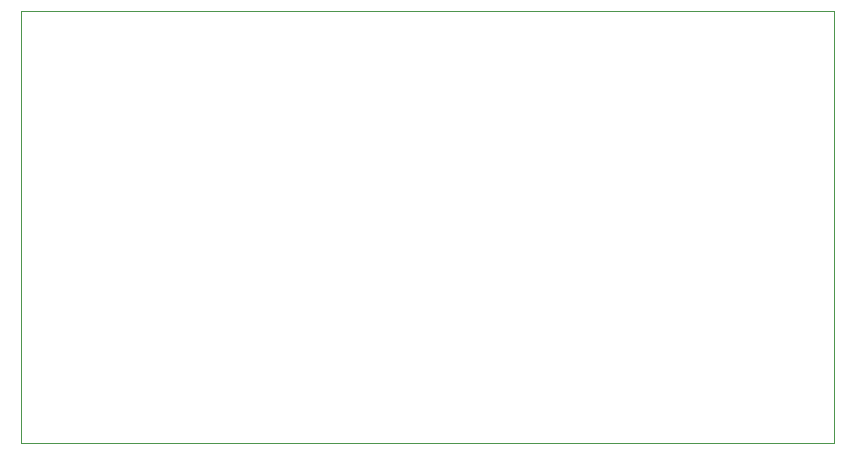
<source format=gm1>
%TF.GenerationSoftware,KiCad,Pcbnew,(6.0.7)*%
%TF.CreationDate,2023-02-28T16:34:10-05:00*%
%TF.ProjectId,Front_EndDesign3,46726f6e-745f-4456-9e64-44657369676e,rev?*%
%TF.SameCoordinates,Original*%
%TF.FileFunction,Profile,NP*%
%FSLAX46Y46*%
G04 Gerber Fmt 4.6, Leading zero omitted, Abs format (unit mm)*
G04 Created by KiCad (PCBNEW (6.0.7)) date 2023-02-28 16:34:10*
%MOMM*%
%LPD*%
G01*
G04 APERTURE LIST*
%TA.AperFunction,Profile*%
%ADD10C,0.100000*%
%TD*%
G04 APERTURE END LIST*
D10*
X55626000Y-61300000D02*
X124460000Y-61300000D01*
X124460000Y-61300000D02*
X124460000Y-97852000D01*
X124460000Y-97852000D02*
X55626000Y-97852000D01*
X55626000Y-97852000D02*
X55626000Y-61300000D01*
M02*

</source>
